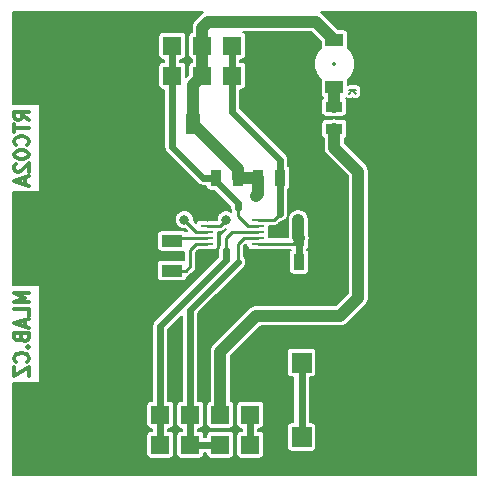
<source format=gbr>
%TF.GenerationSoftware,KiCad,Pcbnew,no-vcs-found-ad9916e~61~ubuntu16.04.1*%
%TF.CreationDate,2017-11-30T02:12:26+01:00*%
%TF.ProjectId,RTC02A,5254433032412E6B696361645F706362,rev?*%
%TF.SameCoordinates,Original*%
%TF.FileFunction,Copper,L2,Bot,Signal*%
%TF.FilePolarity,Positive*%
%FSLAX46Y46*%
G04 Gerber Fmt 4.6, Leading zero omitted, Abs format (unit mm)*
G04 Created by KiCad (PCBNEW no-vcs-found-ad9916e~61~ubuntu16.04.1) date Thu Nov 30 02:12:26 2017*
%MOMM*%
%LPD*%
G01*
G04 APERTURE LIST*
%ADD10C,0.300000*%
%ADD11C,0.150000*%
%ADD12R,0.889000X1.397000*%
%ADD13R,1.300480X1.699260*%
%ADD14R,1.500000X1.050000*%
%ADD15R,1.524000X1.524000*%
%ADD16C,6.000000*%
%ADD17R,1.397000X0.889000*%
%ADD18R,1.676400X1.676400*%
%ADD19R,1.800000X1.000000*%
%ADD20R,1.100000X0.250000*%
%ADD21C,0.800000*%
%ADD22C,0.250000*%
%ADD23C,0.600000*%
%ADD24C,1.000000*%
%ADD25C,0.200000*%
%ADD26C,0.350000*%
G04 APERTURE END LIST*
D10*
X2066857Y30790857D02*
X1495428Y31190857D01*
X2066857Y31476571D02*
X866857Y31476571D01*
X866857Y31019428D01*
X924000Y30905142D01*
X981142Y30848000D01*
X1095428Y30790857D01*
X1266857Y30790857D01*
X1381142Y30848000D01*
X1438285Y30905142D01*
X1495428Y31019428D01*
X1495428Y31476571D01*
X866857Y30448000D02*
X866857Y29762285D01*
X2066857Y30105142D02*
X866857Y30105142D01*
X1952571Y28676571D02*
X2009714Y28733714D01*
X2066857Y28905142D01*
X2066857Y29019428D01*
X2009714Y29190857D01*
X1895428Y29305142D01*
X1781142Y29362285D01*
X1552571Y29419428D01*
X1381142Y29419428D01*
X1152571Y29362285D01*
X1038285Y29305142D01*
X924000Y29190857D01*
X866857Y29019428D01*
X866857Y28905142D01*
X924000Y28733714D01*
X981142Y28676571D01*
X866857Y27933714D02*
X866857Y27819428D01*
X924000Y27705142D01*
X981142Y27648000D01*
X1095428Y27590857D01*
X1324000Y27533714D01*
X1609714Y27533714D01*
X1838285Y27590857D01*
X1952571Y27648000D01*
X2009714Y27705142D01*
X2066857Y27819428D01*
X2066857Y27933714D01*
X2009714Y28048000D01*
X1952571Y28105142D01*
X1838285Y28162285D01*
X1609714Y28219428D01*
X1324000Y28219428D01*
X1095428Y28162285D01*
X981142Y28105142D01*
X924000Y28048000D01*
X866857Y27933714D01*
X981142Y27076571D02*
X923999Y27019428D01*
X866857Y26905142D01*
X866857Y26619428D01*
X923999Y26505142D01*
X981142Y26448000D01*
X1095428Y26390857D01*
X1209714Y26390857D01*
X1381142Y26448000D01*
X2066857Y27133714D01*
X2066857Y26390857D01*
X1723999Y25933714D02*
X1723999Y25362285D01*
X2066857Y26048000D02*
X866857Y25648000D01*
X2066857Y25248000D01*
X2066857Y16157142D02*
X866857Y16157142D01*
X1724000Y15757142D01*
X866857Y15357142D01*
X2066857Y15357142D01*
X2066857Y14214285D02*
X2066857Y14785714D01*
X866857Y14785714D01*
X1724000Y13871428D02*
X1724000Y13300000D01*
X2066857Y13985714D02*
X866857Y13585714D01*
X2066857Y13185714D01*
X1438285Y12385714D02*
X1495428Y12214285D01*
X1552571Y12157142D01*
X1666857Y12100000D01*
X1838285Y12100000D01*
X1952571Y12157142D01*
X2009714Y12214285D01*
X2066857Y12328571D01*
X2066857Y12785714D01*
X866857Y12785714D01*
X866857Y12385714D01*
X924000Y12271428D01*
X981142Y12214285D01*
X1095428Y12157142D01*
X1209714Y12157142D01*
X1324000Y12214285D01*
X1381142Y12271428D01*
X1438285Y12385714D01*
X1438285Y12785714D01*
X1952571Y11585714D02*
X2009714Y11528571D01*
X2066857Y11585714D01*
X2009714Y11642857D01*
X1952571Y11585714D01*
X2066857Y11585714D01*
X1952571Y10328571D02*
X2009714Y10385714D01*
X2066857Y10557142D01*
X2066857Y10671428D01*
X2009714Y10842857D01*
X1895428Y10957142D01*
X1781142Y11014285D01*
X1552571Y11071428D01*
X1381142Y11071428D01*
X1152571Y11014285D01*
X1038285Y10957142D01*
X923999Y10842857D01*
X866857Y10671428D01*
X866857Y10557142D01*
X923999Y10385714D01*
X981142Y10328571D01*
X866857Y9928571D02*
X866857Y9128571D01*
X2066857Y9928571D01*
X2066857Y9128571D01*
D11*
X29446220Y33345120D02*
X29751020Y33025080D01*
X29461460Y33307020D02*
X29189680Y33032700D01*
X29189680Y33337500D02*
X29758640Y33342580D01*
D12*
X26860500Y20828000D03*
X24955500Y20828000D03*
X26860500Y18796000D03*
X24955500Y18796000D03*
D13*
X15974060Y30480000D03*
X12473940Y30480000D03*
D14*
X27940000Y33560000D03*
X27940000Y37560000D03*
D15*
X11684000Y34544000D03*
X11684000Y37084000D03*
X14224000Y34544000D03*
X14224000Y37084000D03*
X16764000Y34544000D03*
X16764000Y37084000D03*
X19304000Y34544000D03*
X19304000Y37084000D03*
X21844000Y34544000D03*
X21844000Y37084000D03*
X18288000Y5842000D03*
X18288000Y3302000D03*
X15748000Y5842000D03*
X15748000Y3302000D03*
X13208000Y5842000D03*
X13208000Y3302000D03*
X20828000Y5842000D03*
X20828000Y3302000D03*
D16*
X5080000Y5080000D03*
X5080000Y35560000D03*
X35560000Y35560000D03*
X35560000Y5080000D03*
D17*
X27940000Y30035500D03*
X27940000Y31940500D03*
D18*
X29682000Y3962000D03*
X25182000Y3962000D03*
X29682000Y10262000D03*
X25182000Y10262000D03*
D19*
X14224000Y18054000D03*
X14224000Y20554000D03*
D12*
X17907000Y25908000D03*
X19812000Y25908000D03*
X23368000Y25908000D03*
X21463000Y25908000D03*
D15*
X10668000Y5842000D03*
X10668000Y3302000D03*
D20*
X21454000Y20336000D03*
X21454000Y20836000D03*
X21454000Y21336000D03*
X21454000Y21836000D03*
X21454000Y22336000D03*
X17154000Y22336000D03*
X17154000Y21836000D03*
X17154000Y21336000D03*
X17154000Y20836000D03*
X17154000Y20336000D03*
D21*
X15240000Y22352000D03*
X9144000Y3048000D03*
X9144000Y4572000D03*
X9144000Y5588000D03*
X9144000Y34036000D03*
X9144000Y35560000D03*
X9144000Y37084000D03*
X11938000Y20320000D03*
X14224000Y16510000D03*
X12700000Y16510000D03*
X12192000Y17526000D03*
X12192000Y19050000D03*
X11938000Y21590000D03*
X12954000Y22352000D03*
X39116000Y22098000D03*
X39116000Y20828000D03*
X39116000Y19558000D03*
X39116000Y18288000D03*
X38100000Y17272000D03*
X36830000Y17272000D03*
X35560000Y17272000D03*
X34290000Y17272000D03*
X33020000Y17272000D03*
X17272000Y13970000D03*
X17272000Y12192000D03*
X16764000Y24892000D03*
X15240000Y24892000D03*
X15240000Y23876000D03*
X16764000Y23876000D03*
X17780000Y23876000D03*
X23876000Y37592000D03*
X23876000Y36068000D03*
X23876000Y34544000D03*
X24892000Y25908000D03*
X24892000Y24384000D03*
X27940000Y18796000D03*
X27940000Y19812000D03*
X27940000Y20828000D03*
X27940000Y22352000D03*
X25908000Y23368000D03*
X26416000Y22352000D03*
X24892000Y22352000D03*
X21336000Y24384000D03*
X18796000Y22352000D03*
D22*
X17154000Y21336000D02*
X16256000Y21336000D01*
X16256000Y21336000D02*
X15240000Y22352000D01*
D23*
X9144000Y4572000D02*
X9144000Y3048000D01*
X10668000Y5842000D02*
X9398000Y5842000D01*
X9398000Y5842000D02*
X9144000Y5588000D01*
X9144000Y37084000D02*
X9144000Y35560000D01*
D22*
X11938000Y21590000D02*
X11938000Y20320000D01*
X11938000Y20320000D02*
X11938000Y19304000D01*
X12192000Y17526000D02*
X12192000Y17018000D01*
X12192000Y17018000D02*
X12700000Y16510000D01*
X11938000Y19304000D02*
X12192000Y19050000D01*
X15240000Y23876000D02*
X14478000Y23876000D01*
X14478000Y23876000D02*
X12954000Y22352000D01*
X39116000Y19558000D02*
X39116000Y20828000D01*
X38100000Y17272000D02*
X39116000Y18288000D01*
X35560000Y17272000D02*
X36830000Y17272000D01*
X33020000Y17272000D02*
X34290000Y17272000D01*
X17272000Y12192000D02*
X17272000Y13970000D01*
X15240000Y24892000D02*
X16764000Y24892000D01*
X16764000Y23876000D02*
X15240000Y23876000D01*
X17154000Y22336000D02*
X17154000Y23250000D01*
X17154000Y23250000D02*
X17780000Y23876000D01*
X23876000Y36068000D02*
X23876000Y37592000D01*
X21844000Y34544000D02*
X23876000Y34544000D01*
X25908000Y23368000D02*
X24892000Y24384000D01*
X27940000Y20828000D02*
X27940000Y19812000D01*
X24892000Y24384000D02*
X25908000Y24384000D01*
X25908000Y24384000D02*
X27940000Y22352000D01*
X25908000Y23368000D02*
X25400000Y23876000D01*
X26860500Y20828000D02*
X26860500Y21907500D01*
X26860500Y21907500D02*
X26416000Y22352000D01*
D24*
X16764000Y37084000D02*
X16764000Y38608000D01*
X16764000Y38608000D02*
X17272000Y39116000D01*
X17272000Y39116000D02*
X26384000Y39116000D01*
X26384000Y39116000D02*
X27889999Y37610001D01*
X27889999Y37610001D02*
X27940000Y37610001D01*
X24892000Y22352000D02*
X24892000Y20891500D01*
X24892000Y20891500D02*
X24955500Y20828000D01*
X21463000Y25908000D02*
X21463000Y24511000D01*
X21463000Y24511000D02*
X21336000Y24384000D01*
X15974060Y30480000D02*
X15974060Y33754060D01*
X15974060Y33754060D02*
X16764000Y34544000D01*
X19812000Y25908000D02*
X19812000Y26642060D01*
X19812000Y26642060D02*
X15974060Y30480000D01*
X19812000Y25908000D02*
X21463000Y25908000D01*
X16764000Y37084000D02*
X16764000Y34544000D01*
D23*
X24955500Y18796000D02*
X24955500Y20828000D01*
D22*
X21454000Y20336000D02*
X24463500Y20336000D01*
X24463500Y20336000D02*
X24955500Y20828000D01*
D24*
X27940000Y31940500D02*
X27940000Y33509999D01*
D23*
X19304000Y31496000D02*
X23368000Y27432000D01*
X23368000Y27432000D02*
X23368000Y25908000D01*
X19304000Y34544000D02*
X19304000Y31496000D01*
X19304000Y37084000D02*
X19304000Y34544000D01*
X23368000Y22860000D02*
X23368000Y25908000D01*
D22*
X22844000Y22336000D02*
X23368000Y22860000D01*
X21454000Y22336000D02*
X22844000Y22336000D01*
D23*
X17907000Y25908000D02*
X16862500Y25908000D01*
X16862500Y25908000D02*
X14224000Y28546500D01*
X14224000Y28546500D02*
X14224000Y29845000D01*
X14224000Y34544000D02*
X14224000Y29845000D01*
X14224000Y37084000D02*
X14224000Y34544000D01*
X19812000Y23368000D02*
X19812000Y23749000D01*
X19812000Y23749000D02*
X17907000Y25654000D01*
X17907000Y25654000D02*
X17907000Y25908000D01*
D22*
X19812000Y22678000D02*
X19812000Y23368000D01*
X21454000Y21836000D02*
X20654000Y21836000D01*
X20654000Y21836000D02*
X19812000Y22678000D01*
D23*
X15748000Y3302000D02*
X18288000Y3302000D01*
X15748000Y3302000D02*
X15748000Y5842000D01*
X19812000Y18796000D02*
X15748000Y14732000D01*
X15748000Y14732000D02*
X15748000Y5842000D01*
D22*
X19812000Y20320000D02*
X19812000Y18796000D01*
X20328000Y20836000D02*
X19812000Y20320000D01*
X21454000Y20836000D02*
X20328000Y20836000D01*
D24*
X29972000Y26416000D02*
X27940000Y28448000D01*
X27940000Y28448000D02*
X27940000Y30035500D01*
X29972000Y15748000D02*
X29972000Y26416000D01*
X28448000Y14224000D02*
X29972000Y15748000D01*
X21336000Y14224000D02*
X28448000Y14224000D01*
X18288000Y11176000D02*
X21336000Y14224000D01*
X18288000Y5842000D02*
X18288000Y11176000D01*
D23*
X13208000Y3302000D02*
X13208000Y5842000D01*
D22*
X19304000Y21336000D02*
X18796000Y20828000D01*
X18796000Y20828000D02*
X18796000Y19812000D01*
X21454000Y21336000D02*
X19304000Y21336000D01*
D23*
X18796000Y18911384D02*
X18796000Y19812000D01*
X13208000Y5842000D02*
X13208000Y13323384D01*
X13208000Y13323384D02*
X18796000Y18911384D01*
D22*
X17154000Y21836000D02*
X18280000Y21836000D01*
X18280000Y21836000D02*
X18796000Y22352000D01*
D23*
X25182000Y3962000D02*
X25182000Y5400200D01*
X25182000Y5400200D02*
X25182000Y10262000D01*
X20828000Y3302000D02*
X20828000Y5842000D01*
D22*
X14224000Y18054000D02*
X15374000Y18054000D01*
X15374000Y18054000D02*
X15748000Y18428000D01*
X15748000Y18428000D02*
X15748000Y19812000D01*
X16272000Y20336000D02*
X15748000Y19812000D01*
X17154000Y20336000D02*
X16272000Y20336000D01*
X17154000Y20836000D02*
X14506000Y20836000D01*
X14506000Y20836000D02*
X14224000Y20554000D01*
D25*
G36*
X16635604Y39752396D02*
X16127604Y39244396D01*
X15932508Y38952415D01*
X15864000Y38608000D01*
X15864000Y38227869D01*
X15853769Y38225944D01*
X15717628Y38138340D01*
X15626296Y38004671D01*
X15594164Y37846000D01*
X15594164Y36322000D01*
X15622056Y36173769D01*
X15709660Y36037628D01*
X15843329Y35946296D01*
X15864000Y35942110D01*
X15864000Y35687869D01*
X15853769Y35685944D01*
X15717628Y35598340D01*
X15626296Y35464671D01*
X15594164Y35306000D01*
X15594164Y34646956D01*
X15393836Y34446628D01*
X15393836Y35306000D01*
X15365944Y35454231D01*
X15278340Y35590372D01*
X15144671Y35681704D01*
X14986000Y35713836D01*
X14924000Y35713836D01*
X14924000Y35914164D01*
X14986000Y35914164D01*
X15134231Y35942056D01*
X15270372Y36029660D01*
X15361704Y36163329D01*
X15393836Y36322000D01*
X15393836Y37846000D01*
X15365944Y37994231D01*
X15278340Y38130372D01*
X15144671Y38221704D01*
X14986000Y38253836D01*
X13462000Y38253836D01*
X13313769Y38225944D01*
X13177628Y38138340D01*
X13086296Y38004671D01*
X13054164Y37846000D01*
X13054164Y36322000D01*
X13082056Y36173769D01*
X13169660Y36037628D01*
X13303329Y35946296D01*
X13462000Y35914164D01*
X13524000Y35914164D01*
X13524000Y35713836D01*
X13462000Y35713836D01*
X13313769Y35685944D01*
X13177628Y35598340D01*
X13086296Y35464671D01*
X13054164Y35306000D01*
X13054164Y33782000D01*
X13082056Y33633769D01*
X13169660Y33497628D01*
X13303329Y33406296D01*
X13462000Y33374164D01*
X13524000Y33374164D01*
X13524000Y28546500D01*
X13577284Y28278621D01*
X13729025Y28051525D01*
X16367523Y25413028D01*
X16367525Y25413025D01*
X16594622Y25261284D01*
X16862500Y25208000D01*
X17054946Y25208000D01*
X17082556Y25061269D01*
X17170160Y24925128D01*
X17303829Y24833796D01*
X17462500Y24801664D01*
X17769386Y24801664D01*
X19112000Y23459050D01*
X19112000Y23368000D01*
X19165284Y23100122D01*
X19197867Y23051358D01*
X18955828Y23151861D01*
X18637568Y23152139D01*
X18343428Y23030603D01*
X18118188Y22805755D01*
X17996139Y22511828D01*
X17996007Y22361000D01*
X17742695Y22361000D01*
X17704000Y22368836D01*
X16604000Y22368836D01*
X16455769Y22340944D01*
X16319628Y22253340D01*
X16228296Y22119671D01*
X16226022Y22108440D01*
X16039950Y22294512D01*
X16040139Y22510432D01*
X15918603Y22804572D01*
X15693755Y23029812D01*
X15399828Y23151861D01*
X15081568Y23152139D01*
X14787428Y23030603D01*
X14562188Y22805755D01*
X14440139Y22511828D01*
X14439861Y22193568D01*
X14561397Y21899428D01*
X14786245Y21674188D01*
X15080172Y21552139D01*
X15297589Y21551949D01*
X15488538Y21361000D01*
X15383223Y21361000D01*
X15282671Y21429704D01*
X15124000Y21461836D01*
X13324000Y21461836D01*
X13175769Y21433944D01*
X13039628Y21346340D01*
X12948296Y21212671D01*
X12916164Y21054000D01*
X12916164Y20054000D01*
X12944056Y19905769D01*
X13031660Y19769628D01*
X13165329Y19678296D01*
X13324000Y19646164D01*
X15124000Y19646164D01*
X15223000Y19664792D01*
X15223000Y18941788D01*
X15124000Y18961836D01*
X13324000Y18961836D01*
X13175769Y18933944D01*
X13039628Y18846340D01*
X12948296Y18712671D01*
X12916164Y18554000D01*
X12916164Y17554000D01*
X12944056Y17405769D01*
X13031660Y17269628D01*
X13165329Y17178296D01*
X13324000Y17146164D01*
X15124000Y17146164D01*
X15272231Y17174056D01*
X15408372Y17261660D01*
X15499704Y17395329D01*
X15531836Y17554000D01*
X15531836Y17560395D01*
X15574909Y17568963D01*
X15745231Y17682769D01*
X16119231Y18056769D01*
X16233037Y18227091D01*
X16273000Y18428000D01*
X16273000Y19594538D01*
X16489462Y19811000D01*
X16565305Y19811000D01*
X16604000Y19803164D01*
X17704000Y19803164D01*
X17852231Y19831056D01*
X17988372Y19918660D01*
X18079704Y20052329D01*
X18111836Y20211000D01*
X18111836Y20461000D01*
X18087452Y20590589D01*
X18111836Y20711000D01*
X18111836Y20961000D01*
X18087452Y21090589D01*
X18111836Y21211000D01*
X18111836Y21311000D01*
X18280000Y21311000D01*
X18480909Y21350963D01*
X18651231Y21464769D01*
X18738512Y21552050D01*
X18777554Y21552016D01*
X18424769Y21199231D01*
X18310963Y21028909D01*
X18271000Y20828000D01*
X18271000Y20262039D01*
X18149284Y20079878D01*
X18096000Y19812000D01*
X18096000Y19201333D01*
X12713025Y13818359D01*
X12561284Y13591263D01*
X12561284Y13591262D01*
X12508000Y13323384D01*
X12508000Y7011836D01*
X12446000Y7011836D01*
X12297769Y6983944D01*
X12161628Y6896340D01*
X12070296Y6762671D01*
X12038164Y6604000D01*
X12038164Y5080000D01*
X12066056Y4931769D01*
X12153660Y4795628D01*
X12287329Y4704296D01*
X12446000Y4672164D01*
X12508000Y4672164D01*
X12508000Y4471836D01*
X12446000Y4471836D01*
X12297769Y4443944D01*
X12161628Y4356340D01*
X12070296Y4222671D01*
X12038164Y4064000D01*
X12038164Y2540000D01*
X12066056Y2391769D01*
X12153660Y2255628D01*
X12287329Y2164296D01*
X12446000Y2132164D01*
X13970000Y2132164D01*
X14118231Y2160056D01*
X14254372Y2247660D01*
X14345704Y2381329D01*
X14377836Y2540000D01*
X14377836Y4064000D01*
X14349944Y4212231D01*
X14262340Y4348372D01*
X14128671Y4439704D01*
X13970000Y4471836D01*
X13908000Y4471836D01*
X13908000Y4672164D01*
X13970000Y4672164D01*
X14118231Y4700056D01*
X14254372Y4787660D01*
X14345704Y4921329D01*
X14377836Y5080000D01*
X14377836Y6604000D01*
X14349944Y6752231D01*
X14262340Y6888372D01*
X14128671Y6979704D01*
X13970000Y7011836D01*
X13908000Y7011836D01*
X13908000Y13033434D01*
X15048000Y14173434D01*
X15048000Y7011836D01*
X14986000Y7011836D01*
X14837769Y6983944D01*
X14701628Y6896340D01*
X14610296Y6762671D01*
X14578164Y6604000D01*
X14578164Y5080000D01*
X14606056Y4931769D01*
X14693660Y4795628D01*
X14827329Y4704296D01*
X14986000Y4672164D01*
X15048000Y4672164D01*
X15048000Y4471836D01*
X14986000Y4471836D01*
X14837769Y4443944D01*
X14701628Y4356340D01*
X14610296Y4222671D01*
X14578164Y4064000D01*
X14578164Y2540000D01*
X14606056Y2391769D01*
X14693660Y2255628D01*
X14827329Y2164296D01*
X14986000Y2132164D01*
X16510000Y2132164D01*
X16658231Y2160056D01*
X16794372Y2247660D01*
X16885704Y2381329D01*
X16917836Y2540000D01*
X16917836Y2602000D01*
X17118164Y2602000D01*
X17118164Y2540000D01*
X17146056Y2391769D01*
X17233660Y2255628D01*
X17367329Y2164296D01*
X17526000Y2132164D01*
X19050000Y2132164D01*
X19198231Y2160056D01*
X19334372Y2247660D01*
X19425704Y2381329D01*
X19457836Y2540000D01*
X19457836Y4064000D01*
X19429944Y4212231D01*
X19342340Y4348372D01*
X19208671Y4439704D01*
X19050000Y4471836D01*
X17526000Y4471836D01*
X17377769Y4443944D01*
X17241628Y4356340D01*
X17150296Y4222671D01*
X17118164Y4064000D01*
X17118164Y4002000D01*
X16917836Y4002000D01*
X16917836Y4064000D01*
X16889944Y4212231D01*
X16802340Y4348372D01*
X16668671Y4439704D01*
X16510000Y4471836D01*
X16448000Y4471836D01*
X16448000Y4672164D01*
X16510000Y4672164D01*
X16658231Y4700056D01*
X16794372Y4787660D01*
X16885704Y4921329D01*
X16917836Y5080000D01*
X16917836Y6604000D01*
X17118164Y6604000D01*
X17118164Y5080000D01*
X17146056Y4931769D01*
X17233660Y4795628D01*
X17367329Y4704296D01*
X17526000Y4672164D01*
X19050000Y4672164D01*
X19198231Y4700056D01*
X19334372Y4787660D01*
X19425704Y4921329D01*
X19457836Y5080000D01*
X19457836Y6604000D01*
X19658164Y6604000D01*
X19658164Y5080000D01*
X19686056Y4931769D01*
X19773660Y4795628D01*
X19907329Y4704296D01*
X20066000Y4672164D01*
X20128000Y4672164D01*
X20128000Y4471836D01*
X20066000Y4471836D01*
X19917769Y4443944D01*
X19781628Y4356340D01*
X19690296Y4222671D01*
X19658164Y4064000D01*
X19658164Y2540000D01*
X19686056Y2391769D01*
X19773660Y2255628D01*
X19907329Y2164296D01*
X20066000Y2132164D01*
X21590000Y2132164D01*
X21738231Y2160056D01*
X21874372Y2247660D01*
X21965704Y2381329D01*
X21997836Y2540000D01*
X21997836Y4064000D01*
X21969944Y4212231D01*
X21882340Y4348372D01*
X21748671Y4439704D01*
X21590000Y4471836D01*
X21528000Y4471836D01*
X21528000Y4672164D01*
X21590000Y4672164D01*
X21738231Y4700056D01*
X21874372Y4787660D01*
X21965704Y4921329D01*
X21997836Y5080000D01*
X21997836Y6604000D01*
X21969944Y6752231D01*
X21882340Y6888372D01*
X21748671Y6979704D01*
X21590000Y7011836D01*
X20066000Y7011836D01*
X19917769Y6983944D01*
X19781628Y6896340D01*
X19690296Y6762671D01*
X19658164Y6604000D01*
X19457836Y6604000D01*
X19429944Y6752231D01*
X19342340Y6888372D01*
X19208671Y6979704D01*
X19188000Y6983890D01*
X19188000Y10803208D01*
X19484992Y11100200D01*
X23935964Y11100200D01*
X23935964Y9423800D01*
X23963856Y9275569D01*
X24051460Y9139428D01*
X24185129Y9048096D01*
X24343800Y9015964D01*
X24482000Y9015964D01*
X24482000Y5208036D01*
X24343800Y5208036D01*
X24195569Y5180144D01*
X24059428Y5092540D01*
X23968096Y4958871D01*
X23935964Y4800200D01*
X23935964Y3123800D01*
X23963856Y2975569D01*
X24051460Y2839428D01*
X24185129Y2748096D01*
X24343800Y2715964D01*
X26020200Y2715964D01*
X26168431Y2743856D01*
X26304572Y2831460D01*
X26395904Y2965129D01*
X26428036Y3123800D01*
X26428036Y4800200D01*
X26400144Y4948431D01*
X26312540Y5084572D01*
X26178871Y5175904D01*
X26020200Y5208036D01*
X25882000Y5208036D01*
X25882000Y9015964D01*
X26020200Y9015964D01*
X26168431Y9043856D01*
X26304572Y9131460D01*
X26395904Y9265129D01*
X26428036Y9423800D01*
X26428036Y11100200D01*
X26400144Y11248431D01*
X26312540Y11384572D01*
X26178871Y11475904D01*
X26020200Y11508036D01*
X24343800Y11508036D01*
X24195569Y11480144D01*
X24059428Y11392540D01*
X23968096Y11258871D01*
X23935964Y11100200D01*
X19484992Y11100200D01*
X21708792Y13324000D01*
X28448000Y13324000D01*
X28792415Y13392508D01*
X29084396Y13587604D01*
X30608396Y15111604D01*
X30803491Y15403584D01*
X30803492Y15403585D01*
X30872000Y15748000D01*
X30872000Y26416000D01*
X30803492Y26760415D01*
X30608396Y27052396D01*
X28840000Y28820792D01*
X28840000Y29245334D01*
X28922872Y29298660D01*
X29014204Y29432329D01*
X29046336Y29591000D01*
X29046336Y30480000D01*
X29018444Y30628231D01*
X28930840Y30764372D01*
X28797171Y30855704D01*
X28638500Y30887836D01*
X28179625Y30887836D01*
X27940000Y30935500D01*
X27700375Y30887836D01*
X27241500Y30887836D01*
X27093269Y30859944D01*
X26957128Y30772340D01*
X26865796Y30638671D01*
X26833664Y30480000D01*
X26833664Y29591000D01*
X26861556Y29442769D01*
X26949160Y29306628D01*
X27040000Y29244560D01*
X27040000Y28448000D01*
X27108508Y28103585D01*
X27303604Y27811604D01*
X29072000Y26043208D01*
X29072000Y16120792D01*
X28075208Y15124000D01*
X21336000Y15124000D01*
X20991585Y15055492D01*
X20699604Y14860396D01*
X17651604Y11812396D01*
X17456508Y11520415D01*
X17388000Y11176000D01*
X17388000Y6985869D01*
X17377769Y6983944D01*
X17241628Y6896340D01*
X17150296Y6762671D01*
X17118164Y6604000D01*
X16917836Y6604000D01*
X16889944Y6752231D01*
X16802340Y6888372D01*
X16668671Y6979704D01*
X16510000Y7011836D01*
X16448000Y7011836D01*
X16448000Y14442050D01*
X20306975Y18301025D01*
X20458716Y18528121D01*
X20512000Y18796000D01*
X20458716Y19063879D01*
X20337000Y19246040D01*
X20337000Y20102538D01*
X20496164Y20261702D01*
X20496164Y20211000D01*
X20524056Y20062769D01*
X20611660Y19926628D01*
X20745329Y19835296D01*
X20904000Y19803164D01*
X22004000Y19803164D01*
X22045644Y19811000D01*
X24255500Y19811000D01*
X24255500Y19805419D01*
X24226628Y19786840D01*
X24135296Y19653171D01*
X24103164Y19494500D01*
X24103164Y18097500D01*
X24131056Y17949269D01*
X24218660Y17813128D01*
X24352329Y17721796D01*
X24511000Y17689664D01*
X25400000Y17689664D01*
X25548231Y17717556D01*
X25684372Y17805160D01*
X25775704Y17938829D01*
X25807836Y18097500D01*
X25807836Y19494500D01*
X25779944Y19642731D01*
X25692340Y19778872D01*
X25655500Y19804044D01*
X25655500Y19818581D01*
X25684372Y19837160D01*
X25775704Y19970829D01*
X25807836Y20129500D01*
X25807836Y20588375D01*
X25855500Y20828000D01*
X25807836Y21067625D01*
X25807836Y21526500D01*
X25792000Y21610660D01*
X25792000Y22352000D01*
X25723492Y22696415D01*
X25528396Y22988396D01*
X25236415Y23183492D01*
X24892000Y23252000D01*
X24547585Y23183492D01*
X24255604Y22988396D01*
X24060508Y22696415D01*
X23992000Y22352000D01*
X23992000Y20891500D01*
X23998067Y20861000D01*
X22411836Y20861000D01*
X22411836Y20961000D01*
X22387452Y21090589D01*
X22411836Y21211000D01*
X22411836Y21461000D01*
X22387452Y21590589D01*
X22411836Y21711000D01*
X22411836Y21811000D01*
X22844000Y21811000D01*
X23044909Y21850963D01*
X23215231Y21964769D01*
X23421005Y22170543D01*
X23635878Y22213284D01*
X23862975Y22365025D01*
X24014716Y22592122D01*
X24068000Y22860000D01*
X24068000Y24898581D01*
X24096872Y24917160D01*
X24188204Y25050829D01*
X24220336Y25209500D01*
X24220336Y26606500D01*
X24192444Y26754731D01*
X24104840Y26890872D01*
X24068000Y26916044D01*
X24068000Y27432000D01*
X24014716Y27699878D01*
X24014716Y27699879D01*
X23862975Y27926975D01*
X20004000Y31785950D01*
X20004000Y33374164D01*
X20066000Y33374164D01*
X20214231Y33402056D01*
X20350372Y33489660D01*
X20441704Y33623329D01*
X20473836Y33782000D01*
X20473836Y35306000D01*
X20445944Y35454231D01*
X20358340Y35590372D01*
X20224671Y35681704D01*
X20066000Y35713836D01*
X20004000Y35713836D01*
X20004000Y35914164D01*
X20066000Y35914164D01*
X20214231Y35942056D01*
X20350372Y36029660D01*
X20441704Y36163329D01*
X20473836Y36322000D01*
X20473836Y37846000D01*
X20445944Y37994231D01*
X20358340Y38130372D01*
X20233019Y38216000D01*
X26011208Y38216000D01*
X26782164Y37445044D01*
X26782164Y37035000D01*
X26807209Y36901902D01*
X26457287Y36552590D01*
X26190304Y35909624D01*
X26189696Y35213431D01*
X26455557Y34569999D01*
X26808734Y34216205D01*
X26782164Y34085000D01*
X26782164Y33035000D01*
X26810056Y32886769D01*
X26897660Y32750628D01*
X26981741Y32693178D01*
X26957128Y32677340D01*
X26865796Y32543671D01*
X26833664Y32385000D01*
X26833664Y31496000D01*
X26861556Y31347769D01*
X26949160Y31211628D01*
X27082829Y31120296D01*
X27241500Y31088164D01*
X27700375Y31088164D01*
X27940000Y31040500D01*
X28179625Y31088164D01*
X28638500Y31088164D01*
X28786731Y31116056D01*
X28922872Y31203660D01*
X29014204Y31337329D01*
X29046336Y31496000D01*
X29046336Y32385000D01*
X29018444Y32533231D01*
X28957759Y32627538D01*
X29009949Y32593016D01*
X29191889Y32557705D01*
X29373494Y32594707D01*
X29465167Y32656580D01*
X29558599Y32590799D01*
X29739438Y32550221D01*
X29922040Y32581935D01*
X30078606Y32681114D01*
X30185301Y32832659D01*
X30225879Y33013498D01*
X30199363Y33166173D01*
X30233621Y33346821D01*
X30195843Y33528266D01*
X30091504Y33681441D01*
X29936490Y33783028D01*
X29754399Y33817561D01*
X29479516Y33815107D01*
X29457802Y33819979D01*
X29427051Y33814638D01*
X29185439Y33812481D01*
X29097836Y33794241D01*
X29097836Y34085000D01*
X29072791Y34218098D01*
X29422713Y34567410D01*
X29689696Y35210376D01*
X29690304Y35906569D01*
X29424443Y36550001D01*
X29071266Y36903795D01*
X29097836Y37035000D01*
X29097836Y38085000D01*
X29069944Y38233231D01*
X28982340Y38369372D01*
X28848671Y38460704D01*
X28690000Y38492836D01*
X28279956Y38492836D01*
X27020396Y39752396D01*
X26783029Y39911000D01*
X39911000Y39911000D01*
X39911000Y729000D01*
X729000Y729000D01*
X729000Y8557143D01*
X3034000Y8557143D01*
X3034000Y16842858D01*
X729000Y16842858D01*
X729000Y24733715D01*
X3034000Y24733715D01*
X3034000Y32162286D01*
X729000Y32162286D01*
X729000Y39911000D01*
X16872971Y39911000D01*
X16635604Y39752396D01*
X16635604Y39752396D01*
G37*
X16635604Y39752396D02*
X16127604Y39244396D01*
X15932508Y38952415D01*
X15864000Y38608000D01*
X15864000Y38227869D01*
X15853769Y38225944D01*
X15717628Y38138340D01*
X15626296Y38004671D01*
X15594164Y37846000D01*
X15594164Y36322000D01*
X15622056Y36173769D01*
X15709660Y36037628D01*
X15843329Y35946296D01*
X15864000Y35942110D01*
X15864000Y35687869D01*
X15853769Y35685944D01*
X15717628Y35598340D01*
X15626296Y35464671D01*
X15594164Y35306000D01*
X15594164Y34646956D01*
X15393836Y34446628D01*
X15393836Y35306000D01*
X15365944Y35454231D01*
X15278340Y35590372D01*
X15144671Y35681704D01*
X14986000Y35713836D01*
X14924000Y35713836D01*
X14924000Y35914164D01*
X14986000Y35914164D01*
X15134231Y35942056D01*
X15270372Y36029660D01*
X15361704Y36163329D01*
X15393836Y36322000D01*
X15393836Y37846000D01*
X15365944Y37994231D01*
X15278340Y38130372D01*
X15144671Y38221704D01*
X14986000Y38253836D01*
X13462000Y38253836D01*
X13313769Y38225944D01*
X13177628Y38138340D01*
X13086296Y38004671D01*
X13054164Y37846000D01*
X13054164Y36322000D01*
X13082056Y36173769D01*
X13169660Y36037628D01*
X13303329Y35946296D01*
X13462000Y35914164D01*
X13524000Y35914164D01*
X13524000Y35713836D01*
X13462000Y35713836D01*
X13313769Y35685944D01*
X13177628Y35598340D01*
X13086296Y35464671D01*
X13054164Y35306000D01*
X13054164Y33782000D01*
X13082056Y33633769D01*
X13169660Y33497628D01*
X13303329Y33406296D01*
X13462000Y33374164D01*
X13524000Y33374164D01*
X13524000Y28546500D01*
X13577284Y28278621D01*
X13729025Y28051525D01*
X16367523Y25413028D01*
X16367525Y25413025D01*
X16594622Y25261284D01*
X16862500Y25208000D01*
X17054946Y25208000D01*
X17082556Y25061269D01*
X17170160Y24925128D01*
X17303829Y24833796D01*
X17462500Y24801664D01*
X17769386Y24801664D01*
X19112000Y23459050D01*
X19112000Y23368000D01*
X19165284Y23100122D01*
X19197867Y23051358D01*
X18955828Y23151861D01*
X18637568Y23152139D01*
X18343428Y23030603D01*
X18118188Y22805755D01*
X17996139Y22511828D01*
X17996007Y22361000D01*
X17742695Y22361000D01*
X17704000Y22368836D01*
X16604000Y22368836D01*
X16455769Y22340944D01*
X16319628Y22253340D01*
X16228296Y22119671D01*
X16226022Y22108440D01*
X16039950Y22294512D01*
X16040139Y22510432D01*
X15918603Y22804572D01*
X15693755Y23029812D01*
X15399828Y23151861D01*
X15081568Y23152139D01*
X14787428Y23030603D01*
X14562188Y22805755D01*
X14440139Y22511828D01*
X14439861Y22193568D01*
X14561397Y21899428D01*
X14786245Y21674188D01*
X15080172Y21552139D01*
X15297589Y21551949D01*
X15488538Y21361000D01*
X15383223Y21361000D01*
X15282671Y21429704D01*
X15124000Y21461836D01*
X13324000Y21461836D01*
X13175769Y21433944D01*
X13039628Y21346340D01*
X12948296Y21212671D01*
X12916164Y21054000D01*
X12916164Y20054000D01*
X12944056Y19905769D01*
X13031660Y19769628D01*
X13165329Y19678296D01*
X13324000Y19646164D01*
X15124000Y19646164D01*
X15223000Y19664792D01*
X15223000Y18941788D01*
X15124000Y18961836D01*
X13324000Y18961836D01*
X13175769Y18933944D01*
X13039628Y18846340D01*
X12948296Y18712671D01*
X12916164Y18554000D01*
X12916164Y17554000D01*
X12944056Y17405769D01*
X13031660Y17269628D01*
X13165329Y17178296D01*
X13324000Y17146164D01*
X15124000Y17146164D01*
X15272231Y17174056D01*
X15408372Y17261660D01*
X15499704Y17395329D01*
X15531836Y17554000D01*
X15531836Y17560395D01*
X15574909Y17568963D01*
X15745231Y17682769D01*
X16119231Y18056769D01*
X16233037Y18227091D01*
X16273000Y18428000D01*
X16273000Y19594538D01*
X16489462Y19811000D01*
X16565305Y19811000D01*
X16604000Y19803164D01*
X17704000Y19803164D01*
X17852231Y19831056D01*
X17988372Y19918660D01*
X18079704Y20052329D01*
X18111836Y20211000D01*
X18111836Y20461000D01*
X18087452Y20590589D01*
X18111836Y20711000D01*
X18111836Y20961000D01*
X18087452Y21090589D01*
X18111836Y21211000D01*
X18111836Y21311000D01*
X18280000Y21311000D01*
X18480909Y21350963D01*
X18651231Y21464769D01*
X18738512Y21552050D01*
X18777554Y21552016D01*
X18424769Y21199231D01*
X18310963Y21028909D01*
X18271000Y20828000D01*
X18271000Y20262039D01*
X18149284Y20079878D01*
X18096000Y19812000D01*
X18096000Y19201333D01*
X12713025Y13818359D01*
X12561284Y13591263D01*
X12561284Y13591262D01*
X12508000Y13323384D01*
X12508000Y7011836D01*
X12446000Y7011836D01*
X12297769Y6983944D01*
X12161628Y6896340D01*
X12070296Y6762671D01*
X12038164Y6604000D01*
X12038164Y5080000D01*
X12066056Y4931769D01*
X12153660Y4795628D01*
X12287329Y4704296D01*
X12446000Y4672164D01*
X12508000Y4672164D01*
X12508000Y4471836D01*
X12446000Y4471836D01*
X12297769Y4443944D01*
X12161628Y4356340D01*
X12070296Y4222671D01*
X12038164Y4064000D01*
X12038164Y2540000D01*
X12066056Y2391769D01*
X12153660Y2255628D01*
X12287329Y2164296D01*
X12446000Y2132164D01*
X13970000Y2132164D01*
X14118231Y2160056D01*
X14254372Y2247660D01*
X14345704Y2381329D01*
X14377836Y2540000D01*
X14377836Y4064000D01*
X14349944Y4212231D01*
X14262340Y4348372D01*
X14128671Y4439704D01*
X13970000Y4471836D01*
X13908000Y4471836D01*
X13908000Y4672164D01*
X13970000Y4672164D01*
X14118231Y4700056D01*
X14254372Y4787660D01*
X14345704Y4921329D01*
X14377836Y5080000D01*
X14377836Y6604000D01*
X14349944Y6752231D01*
X14262340Y6888372D01*
X14128671Y6979704D01*
X13970000Y7011836D01*
X13908000Y7011836D01*
X13908000Y13033434D01*
X15048000Y14173434D01*
X15048000Y7011836D01*
X14986000Y7011836D01*
X14837769Y6983944D01*
X14701628Y6896340D01*
X14610296Y6762671D01*
X14578164Y6604000D01*
X14578164Y5080000D01*
X14606056Y4931769D01*
X14693660Y4795628D01*
X14827329Y4704296D01*
X14986000Y4672164D01*
X15048000Y4672164D01*
X15048000Y4471836D01*
X14986000Y4471836D01*
X14837769Y4443944D01*
X14701628Y4356340D01*
X14610296Y4222671D01*
X14578164Y4064000D01*
X14578164Y2540000D01*
X14606056Y2391769D01*
X14693660Y2255628D01*
X14827329Y2164296D01*
X14986000Y2132164D01*
X16510000Y2132164D01*
X16658231Y2160056D01*
X16794372Y2247660D01*
X16885704Y2381329D01*
X16917836Y2540000D01*
X16917836Y2602000D01*
X17118164Y2602000D01*
X17118164Y2540000D01*
X17146056Y2391769D01*
X17233660Y2255628D01*
X17367329Y2164296D01*
X17526000Y2132164D01*
X19050000Y2132164D01*
X19198231Y2160056D01*
X19334372Y2247660D01*
X19425704Y2381329D01*
X19457836Y2540000D01*
X19457836Y4064000D01*
X19429944Y4212231D01*
X19342340Y4348372D01*
X19208671Y4439704D01*
X19050000Y4471836D01*
X17526000Y4471836D01*
X17377769Y4443944D01*
X17241628Y4356340D01*
X17150296Y4222671D01*
X17118164Y4064000D01*
X17118164Y4002000D01*
X16917836Y4002000D01*
X16917836Y4064000D01*
X16889944Y4212231D01*
X16802340Y4348372D01*
X16668671Y4439704D01*
X16510000Y4471836D01*
X16448000Y4471836D01*
X16448000Y4672164D01*
X16510000Y4672164D01*
X16658231Y4700056D01*
X16794372Y4787660D01*
X16885704Y4921329D01*
X16917836Y5080000D01*
X16917836Y6604000D01*
X17118164Y6604000D01*
X17118164Y5080000D01*
X17146056Y4931769D01*
X17233660Y4795628D01*
X17367329Y4704296D01*
X17526000Y4672164D01*
X19050000Y4672164D01*
X19198231Y4700056D01*
X19334372Y4787660D01*
X19425704Y4921329D01*
X19457836Y5080000D01*
X19457836Y6604000D01*
X19658164Y6604000D01*
X19658164Y5080000D01*
X19686056Y4931769D01*
X19773660Y4795628D01*
X19907329Y4704296D01*
X20066000Y4672164D01*
X20128000Y4672164D01*
X20128000Y4471836D01*
X20066000Y4471836D01*
X19917769Y4443944D01*
X19781628Y4356340D01*
X19690296Y4222671D01*
X19658164Y4064000D01*
X19658164Y2540000D01*
X19686056Y2391769D01*
X19773660Y2255628D01*
X19907329Y2164296D01*
X20066000Y2132164D01*
X21590000Y2132164D01*
X21738231Y2160056D01*
X21874372Y2247660D01*
X21965704Y2381329D01*
X21997836Y2540000D01*
X21997836Y4064000D01*
X21969944Y4212231D01*
X21882340Y4348372D01*
X21748671Y4439704D01*
X21590000Y4471836D01*
X21528000Y4471836D01*
X21528000Y4672164D01*
X21590000Y4672164D01*
X21738231Y4700056D01*
X21874372Y4787660D01*
X21965704Y4921329D01*
X21997836Y5080000D01*
X21997836Y6604000D01*
X21969944Y6752231D01*
X21882340Y6888372D01*
X21748671Y6979704D01*
X21590000Y7011836D01*
X20066000Y7011836D01*
X19917769Y6983944D01*
X19781628Y6896340D01*
X19690296Y6762671D01*
X19658164Y6604000D01*
X19457836Y6604000D01*
X19429944Y6752231D01*
X19342340Y6888372D01*
X19208671Y6979704D01*
X19188000Y6983890D01*
X19188000Y10803208D01*
X19484992Y11100200D01*
X23935964Y11100200D01*
X23935964Y9423800D01*
X23963856Y9275569D01*
X24051460Y9139428D01*
X24185129Y9048096D01*
X24343800Y9015964D01*
X24482000Y9015964D01*
X24482000Y5208036D01*
X24343800Y5208036D01*
X24195569Y5180144D01*
X24059428Y5092540D01*
X23968096Y4958871D01*
X23935964Y4800200D01*
X23935964Y3123800D01*
X23963856Y2975569D01*
X24051460Y2839428D01*
X24185129Y2748096D01*
X24343800Y2715964D01*
X26020200Y2715964D01*
X26168431Y2743856D01*
X26304572Y2831460D01*
X26395904Y2965129D01*
X26428036Y3123800D01*
X26428036Y4800200D01*
X26400144Y4948431D01*
X26312540Y5084572D01*
X26178871Y5175904D01*
X26020200Y5208036D01*
X25882000Y5208036D01*
X25882000Y9015964D01*
X26020200Y9015964D01*
X26168431Y9043856D01*
X26304572Y9131460D01*
X26395904Y9265129D01*
X26428036Y9423800D01*
X26428036Y11100200D01*
X26400144Y11248431D01*
X26312540Y11384572D01*
X26178871Y11475904D01*
X26020200Y11508036D01*
X24343800Y11508036D01*
X24195569Y11480144D01*
X24059428Y11392540D01*
X23968096Y11258871D01*
X23935964Y11100200D01*
X19484992Y11100200D01*
X21708792Y13324000D01*
X28448000Y13324000D01*
X28792415Y13392508D01*
X29084396Y13587604D01*
X30608396Y15111604D01*
X30803491Y15403584D01*
X30803492Y15403585D01*
X30872000Y15748000D01*
X30872000Y26416000D01*
X30803492Y26760415D01*
X30608396Y27052396D01*
X28840000Y28820792D01*
X28840000Y29245334D01*
X28922872Y29298660D01*
X29014204Y29432329D01*
X29046336Y29591000D01*
X29046336Y30480000D01*
X29018444Y30628231D01*
X28930840Y30764372D01*
X28797171Y30855704D01*
X28638500Y30887836D01*
X28179625Y30887836D01*
X27940000Y30935500D01*
X27700375Y30887836D01*
X27241500Y30887836D01*
X27093269Y30859944D01*
X26957128Y30772340D01*
X26865796Y30638671D01*
X26833664Y30480000D01*
X26833664Y29591000D01*
X26861556Y29442769D01*
X26949160Y29306628D01*
X27040000Y29244560D01*
X27040000Y28448000D01*
X27108508Y28103585D01*
X27303604Y27811604D01*
X29072000Y26043208D01*
X29072000Y16120792D01*
X28075208Y15124000D01*
X21336000Y15124000D01*
X20991585Y15055492D01*
X20699604Y14860396D01*
X17651604Y11812396D01*
X17456508Y11520415D01*
X17388000Y11176000D01*
X17388000Y6985869D01*
X17377769Y6983944D01*
X17241628Y6896340D01*
X17150296Y6762671D01*
X17118164Y6604000D01*
X16917836Y6604000D01*
X16889944Y6752231D01*
X16802340Y6888372D01*
X16668671Y6979704D01*
X16510000Y7011836D01*
X16448000Y7011836D01*
X16448000Y14442050D01*
X20306975Y18301025D01*
X20458716Y18528121D01*
X20512000Y18796000D01*
X20458716Y19063879D01*
X20337000Y19246040D01*
X20337000Y20102538D01*
X20496164Y20261702D01*
X20496164Y20211000D01*
X20524056Y20062769D01*
X20611660Y19926628D01*
X20745329Y19835296D01*
X20904000Y19803164D01*
X22004000Y19803164D01*
X22045644Y19811000D01*
X24255500Y19811000D01*
X24255500Y19805419D01*
X24226628Y19786840D01*
X24135296Y19653171D01*
X24103164Y19494500D01*
X24103164Y18097500D01*
X24131056Y17949269D01*
X24218660Y17813128D01*
X24352329Y17721796D01*
X24511000Y17689664D01*
X25400000Y17689664D01*
X25548231Y17717556D01*
X25684372Y17805160D01*
X25775704Y17938829D01*
X25807836Y18097500D01*
X25807836Y19494500D01*
X25779944Y19642731D01*
X25692340Y19778872D01*
X25655500Y19804044D01*
X25655500Y19818581D01*
X25684372Y19837160D01*
X25775704Y19970829D01*
X25807836Y20129500D01*
X25807836Y20588375D01*
X25855500Y20828000D01*
X25807836Y21067625D01*
X25807836Y21526500D01*
X25792000Y21610660D01*
X25792000Y22352000D01*
X25723492Y22696415D01*
X25528396Y22988396D01*
X25236415Y23183492D01*
X24892000Y23252000D01*
X24547585Y23183492D01*
X24255604Y22988396D01*
X24060508Y22696415D01*
X23992000Y22352000D01*
X23992000Y20891500D01*
X23998067Y20861000D01*
X22411836Y20861000D01*
X22411836Y20961000D01*
X22387452Y21090589D01*
X22411836Y21211000D01*
X22411836Y21461000D01*
X22387452Y21590589D01*
X22411836Y21711000D01*
X22411836Y21811000D01*
X22844000Y21811000D01*
X23044909Y21850963D01*
X23215231Y21964769D01*
X23421005Y22170543D01*
X23635878Y22213284D01*
X23862975Y22365025D01*
X24014716Y22592122D01*
X24068000Y22860000D01*
X24068000Y24898581D01*
X24096872Y24917160D01*
X24188204Y25050829D01*
X24220336Y25209500D01*
X24220336Y26606500D01*
X24192444Y26754731D01*
X24104840Y26890872D01*
X24068000Y26916044D01*
X24068000Y27432000D01*
X24014716Y27699878D01*
X24014716Y27699879D01*
X23862975Y27926975D01*
X20004000Y31785950D01*
X20004000Y33374164D01*
X20066000Y33374164D01*
X20214231Y33402056D01*
X20350372Y33489660D01*
X20441704Y33623329D01*
X20473836Y33782000D01*
X20473836Y35306000D01*
X20445944Y35454231D01*
X20358340Y35590372D01*
X20224671Y35681704D01*
X20066000Y35713836D01*
X20004000Y35713836D01*
X20004000Y35914164D01*
X20066000Y35914164D01*
X20214231Y35942056D01*
X20350372Y36029660D01*
X20441704Y36163329D01*
X20473836Y36322000D01*
X20473836Y37846000D01*
X20445944Y37994231D01*
X20358340Y38130372D01*
X20233019Y38216000D01*
X26011208Y38216000D01*
X26782164Y37445044D01*
X26782164Y37035000D01*
X26807209Y36901902D01*
X26457287Y36552590D01*
X26190304Y35909624D01*
X26189696Y35213431D01*
X26455557Y34569999D01*
X26808734Y34216205D01*
X26782164Y34085000D01*
X26782164Y33035000D01*
X26810056Y32886769D01*
X26897660Y32750628D01*
X26981741Y32693178D01*
X26957128Y32677340D01*
X26865796Y32543671D01*
X26833664Y32385000D01*
X26833664Y31496000D01*
X26861556Y31347769D01*
X26949160Y31211628D01*
X27082829Y31120296D01*
X27241500Y31088164D01*
X27700375Y31088164D01*
X27940000Y31040500D01*
X28179625Y31088164D01*
X28638500Y31088164D01*
X28786731Y31116056D01*
X28922872Y31203660D01*
X29014204Y31337329D01*
X29046336Y31496000D01*
X29046336Y32385000D01*
X29018444Y32533231D01*
X28957759Y32627538D01*
X29009949Y32593016D01*
X29191889Y32557705D01*
X29373494Y32594707D01*
X29465167Y32656580D01*
X29558599Y32590799D01*
X29739438Y32550221D01*
X29922040Y32581935D01*
X30078606Y32681114D01*
X30185301Y32832659D01*
X30225879Y33013498D01*
X30199363Y33166173D01*
X30233621Y33346821D01*
X30195843Y33528266D01*
X30091504Y33681441D01*
X29936490Y33783028D01*
X29754399Y33817561D01*
X29479516Y33815107D01*
X29457802Y33819979D01*
X29427051Y33814638D01*
X29185439Y33812481D01*
X29097836Y33794241D01*
X29097836Y34085000D01*
X29072791Y34218098D01*
X29422713Y34567410D01*
X29689696Y35210376D01*
X29690304Y35906569D01*
X29424443Y36550001D01*
X29071266Y36903795D01*
X29097836Y37035000D01*
X29097836Y38085000D01*
X29069944Y38233231D01*
X28982340Y38369372D01*
X28848671Y38460704D01*
X28690000Y38492836D01*
X28279956Y38492836D01*
X27020396Y39752396D01*
X26783029Y39911000D01*
X39911000Y39911000D01*
X39911000Y729000D01*
X729000Y729000D01*
X729000Y8557143D01*
X3034000Y8557143D01*
X3034000Y16842858D01*
X729000Y16842858D01*
X729000Y24733715D01*
X3034000Y24733715D01*
X3034000Y32162286D01*
X729000Y32162286D01*
X729000Y39911000D01*
X16872971Y39911000D01*
X16635604Y39752396D01*
D26*
X15240000Y22352000D03*
X9144000Y3048000D03*
X9144000Y4572000D03*
X9144000Y5588000D03*
X9144000Y34036000D03*
X9144000Y35560000D03*
X9144000Y37084000D03*
X11938000Y20320000D03*
X14224000Y16510000D03*
X12700000Y16510000D03*
X12192000Y17526000D03*
X12192000Y19050000D03*
X11938000Y21590000D03*
X12954000Y22352000D03*
X39116000Y22098000D03*
X39116000Y20828000D03*
X39116000Y19558000D03*
X39116000Y18288000D03*
X38100000Y17272000D03*
X36830000Y17272000D03*
X35560000Y17272000D03*
X34290000Y17272000D03*
X33020000Y17272000D03*
X17272000Y13970000D03*
X17272000Y12192000D03*
X16764000Y24892000D03*
X15240000Y24892000D03*
X15240000Y23876000D03*
X16764000Y23876000D03*
X17780000Y23876000D03*
X23876000Y37592000D03*
X23876000Y36068000D03*
X23876000Y34544000D03*
X24892000Y25908000D03*
X24892000Y24384000D03*
X27940000Y18796000D03*
X27940000Y19812000D03*
X27940000Y20828000D03*
X27940000Y22352000D03*
X25908000Y23368000D03*
X26416000Y22352000D03*
X24892000Y22352000D03*
X21336000Y24384000D03*
X18796000Y22352000D03*
X27940000Y35560000D03*
X11684000Y34544000D03*
X11684000Y37084000D03*
X14224000Y34544000D03*
X14224000Y37084000D03*
X16764000Y34544000D03*
X16764000Y37084000D03*
X19304000Y34544000D03*
X19304000Y37084000D03*
X21844000Y34544000D03*
X21844000Y37084000D03*
X18288000Y5842000D03*
X18288000Y3302000D03*
X15748000Y5842000D03*
X15748000Y3302000D03*
X13208000Y5842000D03*
X13208000Y3302000D03*
X20828000Y5842000D03*
X20828000Y3302000D03*
X5080000Y5080000D03*
X5080000Y35560000D03*
X35560000Y35560000D03*
X35560000Y5080000D03*
X29682000Y3962000D03*
X25182000Y3962000D03*
X29682000Y10262000D03*
X25182000Y10262000D03*
X10668000Y5842000D03*
X10668000Y3302000D03*
M02*

</source>
